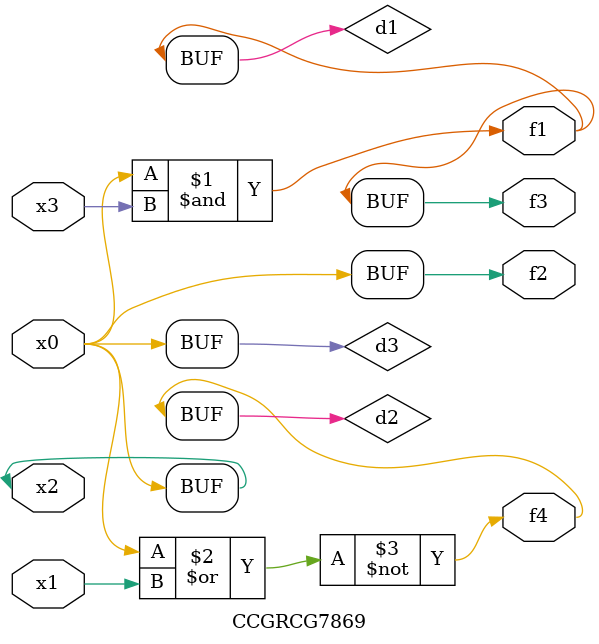
<source format=v>
module CCGRCG7869(
	input x0, x1, x2, x3,
	output f1, f2, f3, f4
);

	wire d1, d2, d3;

	and (d1, x2, x3);
	nor (d2, x0, x1);
	buf (d3, x0, x2);
	assign f1 = d1;
	assign f2 = d3;
	assign f3 = d1;
	assign f4 = d2;
endmodule

</source>
